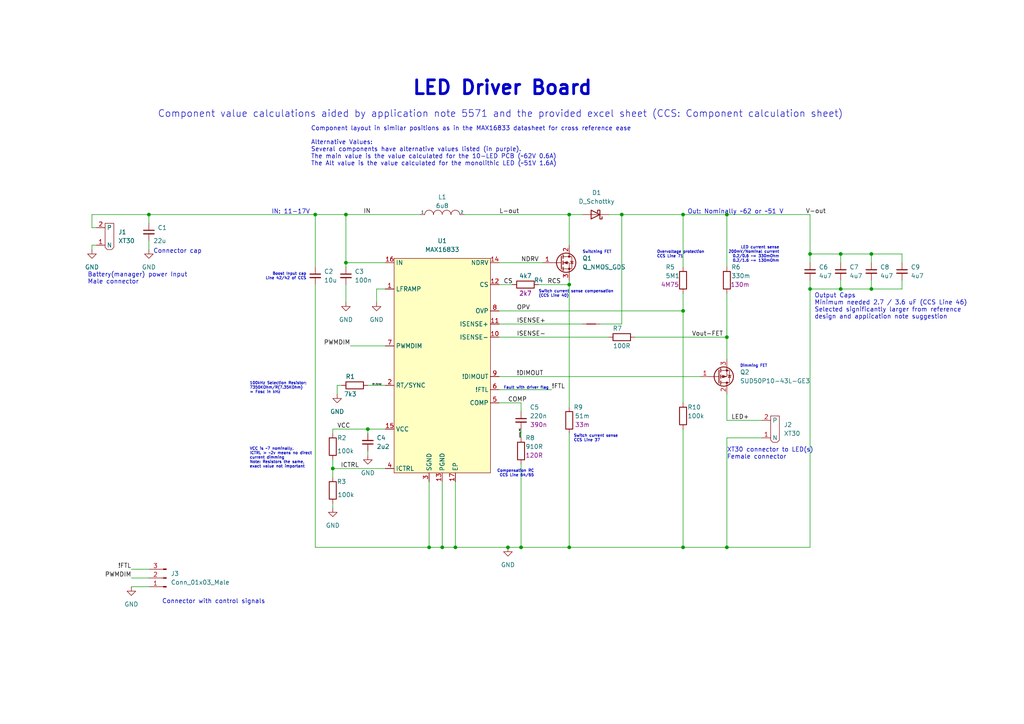
<source format=kicad_sch>
(kicad_sch (version 20211123) (generator eeschema)
  (paper "A4")
  (title_block (title "LED Driver Board") (date "2022-12-05") (rev "V0.1") (comment 1 "many of the functions of the dive lamp have been split onto different PCBs") (comment 2 "Due to tight radius constrains, ") (comment 4 "Part of the Dive lamp overall design"))
  (lib_symbols
    (symbol "Connector:Conn_01x03_Male" (pin_names (offset 1.016) hide)
      (property "Reference" "J" (at 0 5.08 0))
      (property "Value" "Conn_01x03_Male" (at 0 -5.08 0))
      (symbol "Conn_01x03_Male_1_1"
        (polyline (pts (xy 1.27 -2.54) (xy 0.8636 -2.54)) (stroke (width 0.1524)))
        (polyline (pts (xy 1.27 0) (xy 0.8636 0)) (stroke (width 0.1524)))
        (polyline (pts (xy 1.27 2.54) (xy 0.8636 2.54)) (stroke (width 0.1524)))
        (rectangle (start 0.8636 -2.413) (end 0 -2.667) (stroke (width 0.1524)) (fill (type outline)))
        (rectangle (start 0.8636 0.127) (end 0 -0.127) (stroke (width 0.1524)) (fill (type outline)))
        (rectangle (start 0.8636 2.667) (end 0 2.413) (stroke (width 0.1524)) (fill (type outline)))
        (pin passive line (at 5.08 2.54 180) (length 3.81) (name "Pin_1") (number "1"))
        (pin passive line (at 5.08 0 180) (length 3.81) (name "Pin_2") (number "2"))
        (pin passive line (at 5.08 -2.54 180) (length 3.81) (name "Pin_3") (number "3"))
      )
    )
    (symbol "Device:C_Small" (pin_numbers hide) (pin_names (offset 0.254) hide)
      (property "Reference" "C" (at 0.254 1.778 0))
      (property "Value" "C_Small" (at 0.254 -2.032 0))
      (symbol "C_Small_0_1"
        (polyline (pts (xy -1.524 -0.508) (xy 1.524 -0.508)) (stroke (width 0.3302)))
        (polyline (pts (xy -1.524 0.508) (xy 1.524 0.508)) (stroke (width 0.3048)))
      )
      (symbol "C_Small_1_1"
        (pin passive line (at 0 2.54 270) (length 2.032) (name "~") (number "1"))
        (pin passive line (at 0 -2.54 90) (length 2.032) (name "~") (number "2"))
      )
    )
    (symbol "Device:D_Schottky" (pin_numbers hide) (pin_names (offset 1.016) hide)
      (property "Reference" "D" (at 0 2.54 0))
      (property "Value" "D_Schottky" (at 0 -2.54 0))
      (symbol "D_Schottky_0_1"
        (polyline (pts (xy 1.27 0) (xy -1.27 0)))
        (polyline (pts (xy 1.27 1.27) (xy 1.27 -1.27) (xy -1.27 0) (xy 1.27 1.27)) (stroke (width 0.254)))
        (polyline (pts (xy -1.905 0.635) (xy -1.905 1.27) (xy -1.27 1.27) (xy -1.27 -1.27) (xy -0.635 -1.27) (xy -0.635 -0.635)) (stroke (width 0.254)))
      )
      (symbol "D_Schottky_1_1"
        (pin passive line (at -3.81 0 0) (length 2.54) (name "K") (number "1"))
        (pin passive line (at 3.81 0 180) (length 2.54) (name "A") (number "2"))
      )
    )
    (symbol "Device:NetTie_2" (pin_numbers hide) (pin_names (offset 0) hide)
      (property "Reference" "NT" (at 0 1.27 0))
      (property "Value" "NetTie_2" (at 0 -1.27 0))
      (symbol "NetTie_2_0_1"
        (polyline (pts (xy -1.27 0) (xy 1.27 0)) (stroke (width 0.254)))
      )
      (symbol "NetTie_2_1_1"
        (pin passive line (at -2.54 0 0) (length 2.54) (name "1") (number "1"))
        (pin passive line (at 2.54 0 180) (length 2.54) (name "2") (number "2"))
      )
    )
    (symbol "Device:Q_NMOS_GDS" (pin_names (offset 0) hide)
      (property "Reference" "Q" (at 5.08 1.27 0))
      (property "Value" "Q_NMOS_GDS" (at 5.08 -1.27 0))
      (symbol "Q_NMOS_GDS_0_1"
        (polyline (pts (xy 0.254 0) (xy -2.54 0)))
        (polyline (pts (xy 0.254 1.905) (xy 0.254 -1.905)) (stroke (width 0.254)))
        (polyline (pts (xy 0.762 -1.27) (xy 0.762 -2.286)) (stroke (width 0.254)))
        (polyline (pts (xy 0.762 0.508) (xy 0.762 -0.508)) (stroke (width 0.254)))
        (polyline (pts (xy 0.762 2.286) (xy 0.762 1.27)) (stroke (width 0.254)))
        (polyline (pts (xy 2.54 2.54) (xy 2.54 1.778)))
        (polyline (pts (xy 2.54 -2.54) (xy 2.54 0) (xy 0.762 0)))
        (polyline (pts (xy 0.762 -1.778) (xy 3.302 -1.778) (xy 3.302 1.778) (xy 0.762 1.778)))
        (polyline (pts (xy 1.016 0) (xy 2.032 0.381) (xy 2.032 -0.381) (xy 1.016 0)) (fill (type outline)))
        (polyline (pts (xy 2.794 0.508) (xy 2.921 0.381) (xy 3.683 0.381) (xy 3.81 0.254)))
        (polyline (pts (xy 3.302 0.381) (xy 2.921 -0.254) (xy 3.683 -0.254) (xy 3.302 0.381)))
        (circle (center 1.651 0) (radius 2.794) (stroke (width 0.254)))
        (circle (center 2.54 -1.778) (radius 0.254) (fill (type outline)))
        (circle (center 2.54 1.778) (radius 0.254) (fill (type outline)))
      )
      (symbol "Q_NMOS_GDS_1_1"
        (pin input line (at -5.08 0 0) (length 2.54) (name "G") (number "1"))
        (pin passive line (at 2.54 5.08 270) (length 2.54) (name "D") (number "2"))
        (pin passive line (at 2.54 -5.08 90) (length 2.54) (name "S") (number "3"))
      )
    )
    (symbol "Device:Q_PMOS_GDS" (pin_names (offset 0) hide)
      (property "Reference" "Q" (at 5.08 1.27 0))
      (property "Value" "Q_PMOS_GDS" (at 5.08 -1.27 0))
      (symbol "Q_PMOS_GDS_0_1"
        (polyline (pts (xy 0.254 0) (xy -2.54 0)))
        (polyline (pts (xy 0.254 1.905) (xy 0.254 -1.905)) (stroke (width 0.254)))
        (polyline (pts (xy 0.762 -1.27) (xy 0.762 -2.286)) (stroke (width 0.254)))
        (polyline (pts (xy 0.762 0.508) (xy 0.762 -0.508)) (stroke (width 0.254)))
        (polyline (pts (xy 0.762 2.286) (xy 0.762 1.27)) (stroke (width 0.254)))
        (polyline (pts (xy 2.54 2.54) (xy 2.54 1.778)))
        (polyline (pts (xy 2.54 -2.54) (xy 2.54 0) (xy 0.762 0)))
        (polyline (pts (xy 0.762 1.778) (xy 3.302 1.778) (xy 3.302 -1.778) (xy 0.762 -1.778)))
        (polyline (pts (xy 2.286 0) (xy 1.27 0.381) (xy 1.27 -0.381) (xy 2.286 0)) (fill (type outline)))
        (polyline (pts (xy 2.794 -0.508) (xy 2.921 -0.381) (xy 3.683 -0.381) (xy 3.81 -0.254)))
        (polyline (pts (xy 3.302 -0.381) (xy 2.921 0.254) (xy 3.683 0.254) (xy 3.302 -0.381)))
        (circle (center 1.651 0) (radius 2.794) (stroke (width 0.254)))
        (circle (center 2.54 -1.778) (radius 0.254) (fill (type outline)))
        (circle (center 2.54 1.778) (radius 0.254) (fill (type outline)))
      )
      (symbol "Q_PMOS_GDS_1_1"
        (pin input line (at -5.08 0 0) (length 2.54) (name "G") (number "1"))
        (pin passive line (at 2.54 5.08 270) (length 2.54) (name "D") (number "2"))
        (pin passive line (at 2.54 -5.08 90) (length 2.54) (name "S") (number "3"))
      )
    )
    (symbol "Device:R" (pin_numbers hide) (pin_names (offset 0))
      (property "Reference" "R" (at 2.032 0 90))
      (property "Value" "R" (at 0 0 90))
      (symbol "R_0_1"
        (rectangle (start -1.016 -2.54) (end 1.016 2.54) (stroke (width 0.254)))
      )
      (symbol "R_1_1"
        (pin passive line (at 0 3.81 270) (length 1.27) (name "~") (number "1"))
        (pin passive line (at 0 -3.81 90) (length 1.27) (name "~") (number "2"))
      )
    )
    (symbol "Eldalote_symbols:MAX16833"
      (property "Reference" "U" (at 0.635 31.75 0))
      (property "Value" "MAX16833" (at -7.62 31.75 0))
      (symbol "MAX16833_0_1"
        (rectangle (start -13.97 30.48) (end 13.97 -31.75) (fill (type background)))
      )
      (symbol "MAX16833_1_1"
        (pin output line (at -16.51 21.59 0) (length 2.54) (name "LFRAMP") (number "1"))
        (pin passive line (at 16.51 7.62 180) (length 2.54) (name "ISENSE-") (number "10"))
        (pin passive line (at 16.51 11.43 180) (length 2.54) (name "ISENSE+") (number "11"))
        (pin input line (at 16.51 22.86 180) (length 2.54) (name "CS") (number "12"))
        (pin passive line (at 0 -34.29 90) (length 2.54) (name "PGND") (number "13"))
        (pin output line (at 16.51 29.21 180) (length 2.54) (name "NDRV") (number "14"))
        (pin output line (at -16.51 -19.05 0) (length 2.54) (name "VCC") (number "15"))
        (pin input line (at -16.51 29.21 0) (length 2.54) (name "IN") (number "16"))
        (pin passive line (at 3.81 -34.29 90) (length 2.54) (name "EP") (number "17"))
        (pin input line (at -16.51 -6.35 0) (length 2.54) (name "RT/SYNC") (number "2"))
        (pin passive line (at -3.81 -34.29 90) (length 2.54) (name "SGND") (number "3"))
        (pin input line (at -16.51 -30.48 0) (length 2.54) (name "ICTRL") (number "4"))
        (pin passive line (at 16.51 -11.43 180) (length 2.54) (name "COMP") (number "5"))
        (pin output line (at 16.51 -7.62 180) (length 2.54) (name "!FTL") (number "6"))
        (pin input line (at -16.51 5.08 0) (length 2.54) (name "PWMDIM") (number "7"))
        (pin input line (at 16.51 15.24 180) (length 2.54) (name "OVP") (number "8"))
        (pin output line (at 16.51 -3.81 180) (length 2.54) (name "!DIMOUT") (number "9"))
      )
    )
    (symbol "Eldalote_symbols:XT30"
      (property "Reference" "J" (at 0.635 4.445 0))
      (property "Value" "XT30" (at 1.27 -4.445 0))
      (symbol "XT30_0_1"
        (polyline (pts (xy 0 3.81) (xy 0 -3.175) (xy 0.635 -3.81) (xy 1.905 -3.81) (xy 2.54 -3.175) (xy 2.54 3.81) (xy 0 3.81)))
      )
      (symbol "XT30_1_1"
        (pin passive line (at -2.54 -2.54 0) (length 2.54) (name "N") (number "1"))
        (pin passive line (at -2.54 2.54 0) (length 2.54) (name "P") (number "2"))
      )
    )
    (symbol "power:GND" (power) (pin_names (offset 0))
      (property "Value" "GND" (at 0 -3.81 0))
      (symbol "GND_0_1"
        (polyline (pts (xy 0 0) (xy 0 -1.27) (xy 1.27 -1.27) (xy 0 -2.54) (xy -1.27 -1.27) (xy 0 -1.27)))
      )
      (symbol "GND_1_1"
        (pin power_in line (at 0 0 270) (length 0) hide (name "GND") (number "1"))
      )
    )
    (symbol "pspice:INDUCTOR" (pin_numbers hide) (pin_names (offset 0))
      (property "Reference" "L" (at 0 2.54 0))
      (property "Value" "INDUCTOR" (at 0 -1.27 0))
      (symbol "INDUCTOR_0_1"
        (arc (start -2.54 0) (mid -3.81 1.27) (end -5.08 0))
        (arc (start 0 0) (mid -1.27 1.27) (end -2.54 0))
        (arc (start 2.54 0) (mid 1.27 1.27) (end 0 0))
        (arc (start 5.08 0) (mid 3.81 1.27) (end 2.54 0))
      )
      (symbol "INDUCTOR_1_1"
        (pin input line (at -6.35 0 0) (length 1.27) (name "1") (number "1"))
        (pin input line (at 6.35 0 180) (length 1.27) (name "2") (number "2"))
      )
    )
  )
  (junction (at 198.12 90.17))
  (junction (at 165.1 158.75))
  (junction (at 151.13 158.75))
  (junction (at 147.32 158.75))
  (junction (at 165.1 62.23))
  (junction (at 252.73 83.82))
  (junction (at 91.44 62.23))
  (junction (at 106.68 124.46))
  (junction (at 234.95 73.66))
  (junction (at 124.46 158.75))
  (junction (at 198.12 62.23))
  (junction (at 132.08 158.75))
  (junction (at 210.82 97.79))
  (junction (at 43.18 62.23))
  (junction (at 128.27 158.75))
  (junction (at 210.82 62.23))
  (junction (at 165.1 82.55))
  (junction (at 96.52 135.89))
  (junction (at 100.33 62.23))
  (junction (at 234.95 83.82))
  (junction (at 243.84 83.82))
  (junction (at 198.12 158.75))
  (junction (at 252.73 73.66))
  (junction (at 210.82 158.75))
  (junction (at 180.34 62.23))
  (junction (at 243.84 73.66))
  (junction (at 100.33 76.2))
  (wire (pts (xy 151.13 116.84) (xy 151.13 119.38)))
  (wire (pts (xy 147.32 158.75) (xy 151.13 158.75)))
  (wire (pts (xy 144.78 116.84) (xy 151.13 116.84)))
  (wire (pts (xy 91.44 62.23) (xy 91.44 77.47)))
  (wire (pts (xy 261.62 81.28) (xy 261.62 83.82)))
  (wire (pts (xy 198.12 62.23) (xy 198.12 77.47)))
  (wire (pts (xy 134.62 62.23) (xy 165.1 62.23)))
  (wire (pts (xy 99.06 111.76) (xy 97.79 111.76)))
  (wire (pts (xy 261.62 76.2) (xy 261.62 73.66)))
  (wire (pts (xy 100.33 62.23) (xy 121.92 62.23)))
  (wire (pts (xy 165.1 62.23) (xy 168.91 62.23)))
  (wire (pts (xy 210.82 114.3) (xy 210.82 121.92)))
  (wire (pts (xy 252.73 81.28) (xy 252.73 83.82)))
  (wire (pts (xy 234.95 73.66) (xy 243.84 73.66)))
  (wire (pts (xy 106.68 130.81) (xy 106.68 132.08)))
  (wire (pts (xy 210.82 97.79) (xy 210.82 104.14)))
  (wire (pts (xy 210.82 62.23) (xy 210.82 77.47)))
  (wire (pts (xy 43.18 62.23) (xy 43.18 64.77)))
  (wire (pts (xy 210.82 127) (xy 220.98 127)))
  (wire (pts (xy 198.12 85.09) (xy 198.12 90.17)))
  (wire (pts (xy 252.73 73.66) (xy 261.62 73.66)))
  (wire (pts (xy 180.34 93.98) (xy 180.34 62.23)))
  (wire (pts (xy 198.12 158.75) (xy 165.1 158.75)))
  (wire (pts (xy 173.99 93.98) (xy 180.34 93.98)))
  (wire (pts (xy 210.82 62.23) (xy 234.95 62.23)))
  (wire (pts (xy 234.95 83.82) (xy 234.95 158.75)))
  (wire (pts (xy 210.82 158.75) (xy 198.12 158.75)))
  (wire (pts (xy 100.33 76.2) (xy 111.76 76.2)))
  (wire (pts (xy 124.46 158.75) (xy 128.27 158.75)))
  (wire (pts (xy 100.33 82.55) (xy 100.33 87.63)))
  (wire (pts (xy 198.12 90.17) (xy 198.12 116.84)))
  (wire (pts (xy 234.95 73.66) (xy 234.95 62.23)))
  (wire (pts (xy 144.78 109.22) (xy 203.2 109.22)))
  (wire (pts (xy 91.44 82.55) (xy 91.44 158.75)))
  (wire (pts (xy 106.68 111.76) (xy 111.76 111.76)))
  (wire (pts (xy 128.27 158.75) (xy 132.08 158.75)))
  (wire (pts (xy 210.82 127) (xy 210.82 158.75)))
  (wire (pts (xy 144.78 93.98) (xy 168.91 93.98)))
  (wire (pts (xy 210.82 62.23) (xy 198.12 62.23)))
  (wire (pts (xy 210.82 121.92) (xy 220.98 121.92)))
  (wire (pts (xy 144.78 76.2) (xy 157.48 76.2)))
  (wire (pts (xy 38.1 167.64) (xy 43.18 167.64)))
  (wire (pts (xy 132.08 139.7) (xy 132.08 158.75)))
  (wire (pts (xy 234.95 81.28) (xy 234.95 83.82)))
  (wire (pts (xy 26.67 62.23) (xy 26.67 66.04)))
  (wire (pts (xy 106.68 124.46) (xy 106.68 125.73)))
  (wire (pts (xy 198.12 62.23) (xy 180.34 62.23)))
  (wire (pts (xy 165.1 82.55) (xy 165.1 118.11)))
  (wire (pts (xy 26.67 71.12) (xy 26.67 72.39)))
  (wire (pts (xy 38.1 165.1) (xy 43.18 165.1)))
  (wire (pts (xy 243.84 83.82) (xy 234.95 83.82)))
  (wire (pts (xy 261.62 83.82) (xy 252.73 83.82)))
  (wire (pts (xy 184.15 97.79) (xy 210.82 97.79)))
  (wire (pts (xy 156.21 82.55) (xy 165.1 82.55)))
  (wire (pts (xy 243.84 81.28) (xy 243.84 83.82)))
  (wire (pts (xy 27.94 71.12) (xy 26.67 71.12)))
  (wire (pts (xy 243.84 73.66) (xy 243.84 76.2)))
  (wire (pts (xy 100.33 62.23) (xy 100.33 76.2)))
  (wire (pts (xy 252.73 83.82) (xy 243.84 83.82)))
  (wire (pts (xy 234.95 76.2) (xy 234.95 73.66)))
  (wire (pts (xy 165.1 158.75) (xy 151.13 158.75)))
  (wire (pts (xy 243.84 73.66) (xy 252.73 73.66)))
  (wire (pts (xy 96.52 124.46) (xy 106.68 124.46)))
  (wire (pts (xy 96.52 124.46) (xy 96.52 125.73)))
  (wire (pts (xy 198.12 124.46) (xy 198.12 158.75)))
  (wire (pts (xy 144.78 113.03) (xy 160.02 113.03)))
  (wire (pts (xy 97.79 111.76) (xy 97.79 114.3)))
  (wire (pts (xy 210.82 158.75) (xy 234.95 158.75)))
  (wire (pts (xy 124.46 139.7) (xy 124.46 158.75)))
  (wire (pts (xy 96.52 135.89) (xy 111.76 135.89)))
  (wire (pts (xy 100.33 76.2) (xy 100.33 77.47)))
  (wire (pts (xy 111.76 83.82) (xy 109.22 83.82)))
  (wire (pts (xy 96.52 146.05) (xy 96.52 147.32)))
  (wire (pts (xy 165.1 125.73) (xy 165.1 158.75)))
  (wire (pts (xy 210.82 85.09) (xy 210.82 97.79)))
  (wire (pts (xy 26.67 62.23) (xy 43.18 62.23)))
  (wire (pts (xy 180.34 62.23) (xy 176.53 62.23)))
  (wire (pts (xy 96.52 138.43) (xy 96.52 135.89)))
  (wire (pts (xy 165.1 81.28) (xy 165.1 82.55)))
  (wire (pts (xy 144.78 90.17) (xy 198.12 90.17)))
  (wire (pts (xy 151.13 124.46) (xy 151.13 127)))
  (wire (pts (xy 38.1 170.18) (xy 43.18 170.18)))
  (wire (pts (xy 128.27 139.7) (xy 128.27 158.75)))
  (wire (pts (xy 26.67 66.04) (xy 27.94 66.04)))
  (wire (pts (xy 144.78 82.55) (xy 148.59 82.55)))
  (wire (pts (xy 252.73 73.66) (xy 252.73 76.2)))
  (wire (pts (xy 109.22 83.82) (xy 109.22 87.63)))
  (wire (pts (xy 132.08 158.75) (xy 147.32 158.75)))
  (wire (pts (xy 43.18 69.85) (xy 43.18 72.39)))
  (wire (pts (xy 91.44 158.75) (xy 124.46 158.75)))
  (wire (pts (xy 111.76 124.46) (xy 106.68 124.46)))
  (wire (pts (xy 91.44 62.23) (xy 100.33 62.23)))
  (wire (pts (xy 151.13 134.62) (xy 151.13 158.75)))
  (wire (pts (xy 165.1 62.23) (xy 165.1 71.12)))
  (wire (pts (xy 43.18 62.23) (xy 91.44 62.23)))
  (wire (pts (xy 101.6 100.33) (xy 111.76 100.33)))
  (wire (pts (xy 144.78 97.79) (xy 176.53 97.79)))
  (wire (pts (xy 96.52 133.35) (xy 96.52 135.89)))
  (text "Switch current sense\nCCS Line 37" (at 166.37 128.27 0) (effects (font (size 0.8 0.8)) (justify left bottom)))
  (text "Connector cap" (at 44.45 73.66 0) (effects (font (size 1.27 1.27)) (justify left bottom)))
  (text "VCC is ~7 nominally,\nICTRL > ~2v means no direct \ncurrent dimming\nNote: Resistors the same, \nexact value not important\n" (at 72.39 135.89 0) (effects (font (size 0.8 0.8)) (justify left bottom)))
  (text "LED current sense\n200mV/Nominal current\n0.2/0.6 ~= 330mOhm\n0.2/1.6 ~= 130mOhm" (at 226.06 76.2 180) (effects (font (size 0.8 0.8)) (justify right bottom)))
  (text "Compensation RC\nCCS Line 64/65" (at 154.94 138.43 180) (effects (font (size 0.8 0.8)) (justify right bottom)))
  (text "Dimming FET" (at 214.63 106.68 0) (effects (font (size 0.8 0.8)) (justify left bottom)))
  (text "Fault with driver flag" (at 146.05 113.03 0) (effects (font (size 0.8 0.8)) (justify left bottom)))
  (text "XT30 connector to LED(s)\nFemale connector" (at 210.82 133.35 0) (effects (font (size 1.27 1.27)) (justify left bottom)))
  (text "Switch current sense compensation\n(CCS Line 40)\n" (at 156.21 86.36 0) (effects (font (size 0.8 0.8)) (justify left bottom)))
  (text "Out: Nominally ~62 or ~51 V" (at 199.39 62.23 0) (effects (font (size 1.27 1.27)) (justify left bottom)))
  (text "Connector with control signals\n" (at 46.99 175.26 0) (effects (font (size 1.27 1.27)) (justify left bottom)))
  (text "Switching FET" (at 168.91 73.66 0) (effects (font (size 0.8 0.8)) (justify left bottom)))
  (text "Overvoltage protection\nCCS Line 71" (at 190.5 74.93 0) (effects (font (size 0.8 0.8)) (justify left bottom)))
  (text "Output Caps\nMinimum needed 2.7 / 3.6 uF (CCS Line 46)\nSelected significantly larger from reference \ndesign and application note suggestion " (at 236.22 92.71 0) (effects (font (size 1.27 1.27)) (justify left bottom)))
  (text "LED Driver Board" (at 119.38 27.94 0) (effects (font (size 4 4) (thickness 0.8) bold) (justify left bottom)))
  (text "Component value calculations aided by application note 5571 and the provided excel sheet (CCS: Component calculation sheet)\n" (at 45.72 34.29 0) (effects (font (size 2 2)) (justify left bottom)))
  (text "IN: 11-17V " (at 78.74 62.23 0) (effects (font (size 1.27 1.27)) (justify left bottom)))
  (text "Alternative Values:\nSeveral components have alternative values listed (in purple).\nThe main value is the value calculated for the 10-LED PCB (~62V 0.6A)\nThe Alt value is the value calculated for the monolithic LED (~51V 1.6A)" (at 90.17 48.26 0) (effects (font (size 1.27 1.27)) (justify left bottom)))
  (text "Boost Input cap\nLine 42/42 of CCS" (at 88.9 81.28 180) (effects (font (size 0.8 0.8)) (justify right bottom)))
  (text "Component layout in similar positions as in the MAX16833 datasheet for cross reference ease" (at 90.17 38.1 0) (effects (font (size 1.27 1.27)) (justify left bottom)))
  (text "100kHz Selection Resistor:\n7350KOhm/R(7.35KOhm) \n= Fosc in kHz" (at 72.39 114.3 0) (effects (font (size 0.8 0.8)) (justify left bottom)))
  (text "Battery(manager) power Input\nMale connector" (at 25.4 82.55 0) (effects (font (size 1.27 1.27)) (justify left bottom)))
  (label "RT{slash}SYNC" (at 107.95 111.76 0) (effects (font (size 0.4 0.4))))
  (label "IN" (at 105.41 62.23 0))
  (label "!FTL" (at 38.1 165.1 180))
  (label "RCS" (at 158.75 82.55 0))
  (label "COMP" (at 147.32 116.84 0))
  (label "V-out" (at 233.68 62.23 0))
  (label "L-out" (at 144.78 62.23 0))
  (label "PWMDIM" (at 101.6 100.33 180))
  (label "CS" (at 146.05 82.55 0))
  (label "VCC" (at 97.79 124.46 0))
  (label "NDRV" (at 151.13 76.2 0))
  (label "comp_RC" (at 151.13 127 90) (effects (font (size 0.4 0.4))))
  (label "!DIMOUT" (at 149.86 109.22 0))
  (label "!FTL" (at 160.02 113.03 0))
  (label "PWMDIM" (at 38.1 167.64 180))
  (label "ISENSE+" (at 149.86 93.98 0))
  (label "OPV" (at 149.86 90.17 0))
  (label "ISENSE-" (at 149.86 97.79 0))
  (label "LED+" (at 212.09 121.92 0))
  (label "Vout-FET" (at 200.66 97.79 0))
  (label "ICTRL" (at 104.14 135.89 180))
  (symbol (lib_id "pspice:INDUCTOR") (at 128.27 62.23 0) (unit 1)
    (property "Reference" "L1" (at 128.27 57.15 0))
    (property "Value" "6u8" (at 128.27 59.69 0))
    (property "Footprint" "Eldalote-footprints:SRP-1265C" (effects hide))
  )
  (symbol (lib_id "Device:Q_NMOS_GDS") (at 162.56 76.2 0) (unit 1)
    (property "Reference" "Q1" (at 168.91 74.9299 0) (effects (justify left)))
    (property "Value" "Q_NMOS_GDS" (at 168.91 77.4699 0) (effects (justify left)))
    (property "Footprint" "Package_TO_SOT_SMD:TO-252-2" (effects hide))
  )
  (symbol (lib_id "power:GND") (at 100.33 87.63 0) (unit 1)
    (property "Reference" "#PWR05" (effects hide))
    (property "Value" "GND" (at 100.33 92.71 0))
  )
  (symbol (lib_id "Device:R") (at 180.34 97.79 90) (unit 1)
    (property "Reference" "R7" (at 179.07 95.25 90))
    (property "Value" "100R" (at 180.34 100.33 90))
    (property "Footprint" "Resistor_SMD:R_0603_1608Metric" (effects hide))
  )
  (symbol (lib_id "power:GND") (at 43.18 72.39 0) (unit 1)
    (property "Reference" "#PWR0102" (effects hide))
    (property "Value" "GND" (at 43.18 77.47 0))
  )
  (symbol (lib_id "power:GND") (at 97.79 114.3 0) (unit 1)
    (property "Reference" "#PWR04" (effects hide))
    (property "Value" "GND" (at 97.79 119.38 0))
  )
  (symbol (lib_id "Device:R") (at 96.52 129.54 180) (unit 1)
    (property "Reference" "R2" (at 97.79 127 0) (effects (justify right)))
    (property "Value" "100k" (at 97.79 130.81 0) (effects (justify right)))
    (property "Footprint" "Resistor_SMD:R_0402_1005Metric" (effects hide))
  )
  (symbol (lib_id "power:GND") (at 109.22 87.63 0) (unit 1)
    (property "Reference" "#PWR07" (effects hide))
    (property "Value" "GND" (at 109.22 92.71 0))
  )
  (symbol (lib_id "Device:R") (at 165.1 121.92 180) (unit 1)
    (property "Reference" "R9" (at 166.37 118.11 0) (effects (justify right)))
    (property "Value" "51m" (at 166.73 120.65 0) (effects (justify right)))
    (property "Footprint" "Resistor_SMD:R_1206_3216Metric" (effects hide))
    (property "AltValue" "33m" (at 168.91 123.19 0))
  )
  (symbol (lib_id "Device:R") (at 198.12 120.65 180) (unit 1)
    (property "Reference" "R10" (at 199.39 118.11 0) (effects (justify right)))
    (property "Value" "100k" (at 199.39 120.65 0) (effects (justify right)))
    (property "Footprint" "Resistor_SMD:R_0402_1005Metric" (effects hide))
  )
  (symbol (lib_id "power:GND") (at 106.68 132.08 0) (unit 1)
    (property "Reference" "#PWR06" (effects hide))
    (property "Value" "GND" (at 106.68 137.16 0))
  )
  (symbol (lib_id "Device:C_Small") (at 43.18 67.31 0) (unit 1)
    (property "Reference" "C1" (at 45.72 66.0462 0) (effects (justify left)))
    (property "Value" "22u" (at 44.45 69.85 0) (effects (justify left)))
    (property "Footprint" "Capacitor_SMD:CP_Elec_5x5.3" (effects hide))
  )
  (symbol (lib_id "Device:NetTie_2") (at 171.45 93.98 0) (unit 1)
    (property "Reference" "NT1" (effects hide))
    (property "Value" "NetTie_2" (effects hide))
    (property "Footprint" "NetTie:NetTie-2_SMD_Pad0.5mm" (effects hide))
  )
  (symbol (lib_id "Device:C_Small") (at 106.68 128.27 180) (unit 1)
    (property "Reference" "C4" (at 109.22 126.9935 0) (effects (justify right)))
    (property "Value" "2u2" (at 109.22 129.5335 0) (effects (justify right)))
    (property "Footprint" "Capacitor_SMD:C_0402_1005Metric" (effects hide))
  )
  (symbol (lib_id "Device:C_Small") (at 100.33 80.01 0) (unit 1)
    (property "Reference" "C3" (at 102.87 78.7462 0) (effects (justify left)))
    (property "Value" "100n" (at 102.87 81.2862 0) (effects (justify left)))
    (property "Footprint" "Capacitor_SMD:C_0402_1005Metric" (effects hide))
  )
  (symbol (lib_id "Device:C_Small") (at 91.44 80.01 0) (unit 1)
    (property "Reference" "C2" (at 93.98 78.7462 0) (effects (justify left)))
    (property "Value" "10u " (at 93.98 81.2862 0) (effects (justify left)))
    (property "Footprint" "Capacitor_SMD:C_1206_3216Metric" (effects hide))
  )
  (symbol (lib_id "power:GND") (at 147.32 158.75 0) (unit 1)
    (property "Reference" "#PWR08" (effects hide))
    (property "Value" "GND" (at 147.32 163.83 0))
  )
  (symbol (lib_id "Device:C_Small") (at 151.13 121.92 0) (unit 1)
    (property "Reference" "C5" (at 153.67 118.11 0) (effects (justify left)))
    (property "Value" "220n" (at 153.67 120.65 0) (effects (justify left)))
    (property "Footprint" "Capacitor_SMD:C_0603_1608Metric" (effects hide))
    (property "AltValue" "390n" (at 156.21 123.19 0))
  )
  (symbol (lib_id "Device:C_Small") (at 243.84 78.74 0) (unit 1)
    (property "Reference" "C7" (at 246.38 77.4762 0) (effects (justify left)))
    (property "Value" "4u7" (at 246.38 80.0162 0) (effects (justify left)))
    (property "Footprint" "Capacitor_SMD:C_1206_3216Metric" (effects hide))
  )
  (symbol (lib_id "Device:R") (at 152.4 82.55 90) (unit 1)
    (property "Reference" "R4" (at 156.21 81.28 90))
    (property "Value" "4k7" (at 152.4 80.01 90))
    (property "Footprint" "Resistor_SMD:R_0402_1005Metric" (effects hide))
    (property "AltValue" "2k7" (at 152.4 85.09 90))
  )
  (symbol (lib_id "Device:R") (at 198.12 81.28 180) (unit 1)
    (property "Reference" "R5" (at 193.04 77.47 0) (effects (justify right)))
    (property "Value" "5M1" (at 193.04 80.01 0) (effects (justify right)))
    (property "Footprint" "Resistor_SMD:R_0603_1608Metric" (effects hide))
    (property "AltValue" "4M75" (at 194.31 82.55 0))
  )
  (symbol (lib_id "Device:R") (at 151.13 130.81 180) (unit 1)
    (property "Reference" "R8" (at 152.4 127 0) (effects (justify right)))
    (property "Value" "910R" (at 152.4 129.54 0) (effects (justify right)))
    (property "Footprint" "Resistor_SMD:R_0402_1005Metric" (effects hide))
    (property "AltValue" "120R" (at 154.94 132.08 0))
  )
  (symbol (lib_id "Eldalote_symbols:MAX16833") (at 128.27 105.41 0) (unit 1)
    (property "Reference" "U1" (at 128.27 69.85 0))
    (property "Value" "MAX16833" (at 128.27 72.39 0))
    (property "Footprint" "Package_SO:HTSSOP-16-1EP_4.4x5mm_P0.65mm_EP3.4x5mm_Mask2.46x2.31mm_ThermalVias" (effects hide))
  )
  (symbol (lib_id "Device:C_Small") (at 261.62 78.74 0) (unit 1)
    (property "Reference" "C9" (at 264.16 77.4762 0) (effects (justify left)))
    (property "Value" "4u7" (at 264.16 80.0162 0) (effects (justify left)))
    (property "Footprint" "Capacitor_SMD:C_1206_3216Metric" (effects hide))
  )
  (symbol (lib_id "Device:D_Schottky") (at 172.72 62.23 180) (unit 1)
    (property "Reference" "D1" (at 173.0375 55.88 0))
    (property "Value" "D_Schottky" (at 173.0375 58.42 0))
    (property "Footprint" "Diode_SMD:D_PowerDI-5" (effects hide))
  )
  (symbol (lib_id "Device:Q_PMOS_GDS") (at 208.28 109.22 0) (mirror x) (unit 1)
    (property "Reference" "Q2" (at 214.63 107.9499 0) (effects (justify left)))
    (property "Value" "SUD50P10-43L-GE3" (at 214.63 110.4899 0) (effects (justify left)))
    (property "Footprint" "Package_TO_SOT_SMD:TO-252-2" (effects hide))
  )
  (symbol (lib_id "Device:R") (at 102.87 111.76 90) (unit 1)
    (property "Reference" "R1" (at 101.6 109.22 90))
    (property "Value" "7k3" (at 101.6 114.3 90))
    (property "Footprint" "Resistor_SMD:R_0402_1005Metric" (effects hide))
  )
  (symbol (lib_id "Device:R") (at 210.82 81.28 180) (unit 1)
    (property "Reference" "R6" (at 212.09 77.47 0) (effects (justify right)))
    (property "Value" "330m" (at 212.09 80.01 0) (effects (justify right)))
    (property "Footprint" "Resistor_SMD:R_1206_3216Metric" (effects hide))
    (property "AltValue" "130m" (at 214.63 82.55 0))
  )
  (symbol (lib_id "power:GND") (at 38.1 170.18 0) (unit 1)
    (property "Reference" "#PWR09" (effects hide))
    (property "Value" "GND" (at 38.1 175.26 0))
  )
  (symbol (lib_id "power:GND") (at 96.52 147.32 0) (unit 1)
    (property "Reference" "#PWR03" (effects hide))
    (property "Value" "GND" (at 96.52 152.4 0))
  )
  (symbol (lib_id "power:GND") (at 26.67 72.39 0) (unit 1)
    (property "Reference" "#PWR0101" (effects hide))
    (property "Value" "GND" (at 26.67 77.47 0))
  )
  (symbol (lib_id "Device:C_Small") (at 234.95 78.74 0) (unit 1)
    (property "Reference" "C6" (at 237.49 77.4762 0) (effects (justify left)))
    (property "Value" "4u7" (at 237.49 80.0162 0) (effects (justify left)))
    (property "Footprint" "Capacitor_SMD:C_1206_3216Metric" (effects hide))
  )
  (symbol (lib_id "Device:R") (at 96.52 142.24 180) (unit 1)
    (property "Reference" "R3" (at 99.06 139.7 0))
    (property "Value" "100k" (at 100.33 143.51 0))
    (property "Footprint" "Resistor_SMD:R_0402_1005Metric" (effects hide))
  )
  (symbol (lib_id "Device:C_Small") (at 252.73 78.74 0) (unit 1)
    (property "Reference" "C8" (at 255.27 77.4762 0) (effects (justify left)))
    (property "Value" "4u7" (at 255.27 80.0162 0) (effects (justify left)))
    (property "Footprint" "Capacitor_SMD:C_1206_3216Metric" (effects hide))
  )
  (symbol (lib_id "Eldalote_symbols:XT30") (at 223.52 124.46 0) (unit 1)
    (property "Reference" "J2" (at 227.33 123.1899 0) (effects (justify left)))
    (property "Value" "XT30" (at 227.33 125.7299 0) (effects (justify left)))
    (property "Footprint" "Eldalote-footprints:XT30_Female" (effects hide))
  )
  (symbol (lib_id "Connector:Conn_01x03_Male") (at 48.26 167.64 180) (unit 1)
    (property "Reference" "J3" (at 49.53 166.3699 0) (effects (justify right)))
    (property "Value" "Conn_01x03_Male" (at 49.53 168.9099 0) (effects (justify right)))
    (property "Footprint" "Connector_PinHeader_2.54mm:PinHeader_1x03_P2.54mm_Vertical" (effects hide))
  )
  (symbol (lib_id "Eldalote_symbols:XT30") (at 30.48 68.58 0) (unit 1)
    (property "Reference" "J1" (at 34.29 67.3099 0) (effects (justify left)))
    (property "Value" "XT30" (at 34.29 69.8499 0) (effects (justify left)))
    (property "Footprint" "Eldalote-footprints:XT30" (effects hide))
  )
)
</source>
